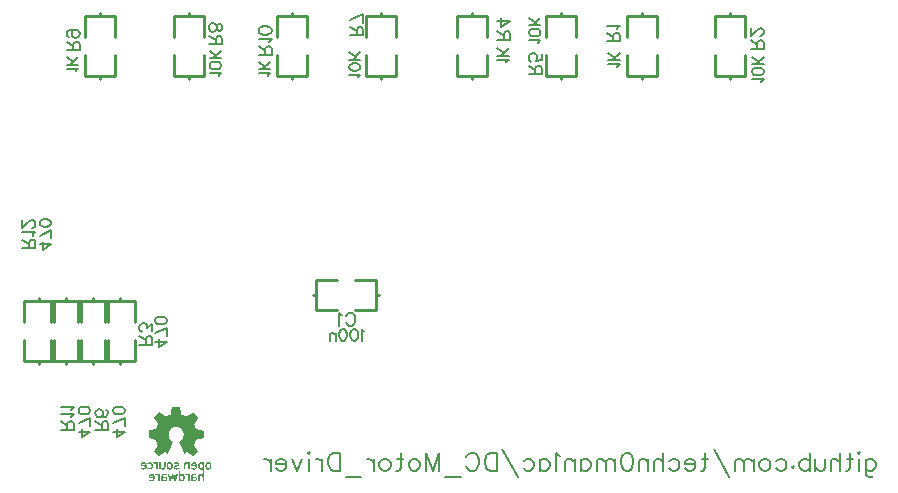
<source format=gbo>
G04 Layer: BottomSilkscreenLayer*
G04 EasyEDA v6.5.5, 2022-05-30 02:48:00*
G04 73416119e20b4d31bc0fda0cb7b7bab3,ed70181f279245e6aff80281ee7dc86a,10*
G04 Gerber Generator version 0.2*
G04 Scale: 100 percent, Rotated: No, Reflected: No *
G04 Dimensions in millimeters *
G04 leading zeros omitted , absolute positions ,4 integer and 5 decimal *
%FSLAX45Y45*%
%MOMM*%

%ADD10C,0.2540*%
%ADD28C,0.2032*%
%ADD30C,0.1524*%

%LPD*%
G36*
X2735986Y1071422D02*
G01*
X2719120Y1071321D01*
X2709468Y1070813D01*
X2704947Y1069746D01*
X2703474Y1067816D01*
X2696006Y1028395D01*
X2694076Y1019454D01*
X2692349Y1012799D01*
X2691130Y1009345D01*
X2688894Y1007567D01*
X2684272Y1004874D01*
X2670708Y998219D01*
X2663393Y994918D01*
X2656636Y992174D01*
X2651252Y990244D01*
X2648000Y989533D01*
X2645206Y990904D01*
X2630170Y1000404D01*
X2593492Y1025194D01*
X2548432Y980135D01*
X2572664Y944575D01*
X2581960Y929741D01*
X2583332Y926846D01*
X2582621Y924356D01*
X2577795Y912063D01*
X2571140Y896213D01*
X2565755Y884224D01*
X2564536Y881938D01*
X2555341Y879906D01*
X2515565Y872388D01*
X2505202Y870712D01*
X2504541Y868171D01*
X2503982Y861212D01*
X2503474Y838352D01*
X2503474Y805992D01*
X2563723Y793953D01*
X2575814Y763778D01*
X2578608Y756158D01*
X2580487Y750366D01*
X2581198Y747268D01*
X2580030Y744067D01*
X2576779Y738124D01*
X2571902Y730300D01*
X2559964Y712520D01*
X2555087Y704850D01*
X2551785Y699160D01*
X2550566Y696315D01*
X2552293Y693572D01*
X2556916Y688035D01*
X2563723Y680669D01*
X2593543Y650697D01*
X2642768Y684428D01*
X2667457Y671931D01*
X2678480Y697230D01*
X2710738Y775208D01*
X2700274Y782929D01*
X2696006Y786434D01*
X2688539Y793546D01*
X2685389Y797153D01*
X2682544Y800811D01*
X2680055Y804468D01*
X2677922Y808126D01*
X2675026Y814222D01*
X2673400Y820064D01*
X2672638Y827379D01*
X2672435Y837946D01*
X2672638Y847699D01*
X2673248Y854862D01*
X2674416Y860196D01*
X2676245Y864565D01*
X2679141Y869543D01*
X2682290Y874217D01*
X2685694Y878535D01*
X2689301Y882497D01*
X2693162Y886155D01*
X2697175Y889457D01*
X2701391Y892352D01*
X2705760Y894943D01*
X2710230Y897128D01*
X2714904Y899007D01*
X2719628Y900430D01*
X2724454Y901496D01*
X2729382Y902157D01*
X2734360Y902462D01*
X2739390Y902309D01*
X2744419Y901801D01*
X2749499Y900836D01*
X2754528Y899464D01*
X2759557Y897686D01*
X2764536Y895451D01*
X2770428Y892251D01*
X2775813Y888593D01*
X2780690Y884529D01*
X2785059Y880110D01*
X2788869Y875334D01*
X2792120Y870203D01*
X2794863Y864717D01*
X2797048Y858926D01*
X2798673Y852830D01*
X2799689Y846480D01*
X2800146Y839825D01*
X2799994Y832967D01*
X2799435Y827532D01*
X2798572Y822401D01*
X2797302Y817524D01*
X2795676Y812800D01*
X2793644Y808278D01*
X2791206Y803910D01*
X2788361Y799642D01*
X2785008Y795528D01*
X2781198Y791464D01*
X2776931Y787450D01*
X2772156Y783437D01*
X2761030Y775208D01*
X2790952Y702665D01*
X2800756Y679805D01*
X2804617Y672084D01*
X2828696Y684225D01*
X2878328Y650798D01*
X2899816Y672134D01*
X2914954Y688035D01*
X2919526Y693521D01*
X2921254Y696315D01*
X2920034Y699109D01*
X2916732Y704748D01*
X2911856Y712419D01*
X2899918Y730148D01*
X2895041Y737971D01*
X2891790Y743966D01*
X2890570Y747166D01*
X2891332Y750316D01*
X2895955Y763778D01*
X2908046Y793953D01*
X2923743Y797458D01*
X2939796Y800658D01*
X2968345Y805840D01*
X2968345Y870254D01*
X2907080Y881532D01*
X2894177Y911250D01*
X2889199Y923950D01*
X2888488Y926642D01*
X2889758Y929538D01*
X2893263Y935482D01*
X2898495Y943610D01*
X2911195Y962507D01*
X2916428Y970635D01*
X2919933Y976630D01*
X2921254Y979627D01*
X2920441Y981049D01*
X2914802Y987755D01*
X2905709Y997610D01*
X2895295Y1008329D01*
X2885694Y1017727D01*
X2879191Y1023467D01*
X2877820Y1024331D01*
X2875381Y1023010D01*
X2861919Y1014221D01*
X2843072Y1001318D01*
X2828899Y991920D01*
X2825902Y990193D01*
X2823464Y990549D01*
X2811373Y994410D01*
X2795574Y1000150D01*
X2783179Y1005281D01*
X2780436Y1006805D01*
X2778556Y1015237D01*
X2768600Y1066800D01*
X2767431Y1069441D01*
X2763570Y1070813D01*
X2754071Y1071321D01*
G37*
G36*
X2514752Y604469D02*
G01*
X2509723Y603758D01*
X2503779Y601827D01*
X2498242Y599287D01*
X2494584Y596646D01*
X2492806Y594512D01*
X2492248Y592937D01*
X2493010Y591362D01*
X2495092Y589330D01*
X2497226Y587705D01*
X2499106Y586943D01*
X2500985Y587044D01*
X2505354Y588822D01*
X2508199Y589534D01*
X2514498Y590194D01*
X2520492Y589076D01*
X2524760Y585673D01*
X2527249Y579932D01*
X2528062Y571754D01*
X2527249Y563575D01*
X2524760Y557834D01*
X2520492Y554431D01*
X2514498Y553313D01*
X2508199Y553974D01*
X2505354Y554685D01*
X2500985Y556463D01*
X2499106Y556564D01*
X2497226Y555802D01*
X2495092Y554177D01*
X2493010Y552094D01*
X2492248Y550570D01*
X2492806Y548995D01*
X2494584Y546811D01*
X2500172Y542747D01*
X2507335Y540512D01*
X2515362Y540258D01*
X2523439Y542137D01*
X2527706Y544068D01*
X2531313Y546354D01*
X2534208Y549046D01*
X2536545Y552246D01*
X2538272Y556006D01*
X2539441Y560425D01*
X2540101Y565505D01*
X2540355Y571347D01*
X2539542Y582168D01*
X2537002Y590245D01*
X2532380Y596188D01*
X2525369Y600557D01*
X2518714Y603300D01*
G37*
G36*
X3010966Y604316D02*
G01*
X3006039Y603707D01*
X3000044Y601573D01*
X2996387Y599694D01*
X2993237Y597306D01*
X2990596Y594410D01*
X2988462Y591007D01*
X2986786Y587044D01*
X2985617Y582472D01*
X2984957Y577342D01*
X2984712Y571754D01*
X2996996Y571754D01*
X2997250Y575716D01*
X2997962Y579678D01*
X2998978Y583133D01*
X3000197Y585622D01*
X3004312Y588873D01*
X3009849Y590194D01*
X3015488Y589534D01*
X3019806Y586790D01*
X3021888Y580847D01*
X3022600Y571754D01*
X3021888Y562660D01*
X3019806Y556717D01*
X3018180Y555396D01*
X3015843Y554278D01*
X3013049Y553567D01*
X3010204Y553313D01*
X3004413Y554482D01*
X3000298Y557936D01*
X2997809Y563676D01*
X2996996Y571754D01*
X2984712Y571754D01*
X2984957Y565759D01*
X2985719Y560578D01*
X2986989Y555955D01*
X2988767Y551992D01*
X2991104Y548538D01*
X2993999Y545642D01*
X2997504Y543255D01*
X3001518Y541375D01*
X3005734Y540004D01*
X3009239Y539546D01*
X3012948Y540004D01*
X3017672Y541324D01*
X3021990Y542950D01*
X3025546Y544982D01*
X3028543Y547471D01*
X3030880Y550468D01*
X3032709Y554075D01*
X3034080Y558393D01*
X3034944Y563422D01*
X3035452Y569264D01*
X3035503Y575208D01*
X3035096Y580542D01*
X3034182Y585266D01*
X3032760Y589432D01*
X3030778Y593039D01*
X3028289Y596138D01*
X3025241Y598728D01*
X3021584Y600913D01*
X3015843Y603402D01*
G37*
G36*
X2683357Y604316D02*
G01*
X2678430Y603707D01*
X2672384Y601573D01*
X2668727Y599694D01*
X2665577Y597306D01*
X2662936Y594410D01*
X2660802Y591007D01*
X2659176Y587044D01*
X2658008Y582472D01*
X2657297Y577342D01*
X2657113Y572109D01*
X2669336Y572109D01*
X2669540Y577545D01*
X2670200Y581660D01*
X2671368Y584606D01*
X2673096Y586790D01*
X2675077Y588111D01*
X2677617Y589178D01*
X2680462Y589889D01*
X2683205Y590194D01*
X2688742Y588975D01*
X2692755Y585470D01*
X2695143Y579729D01*
X2695956Y571754D01*
X2695143Y563676D01*
X2692704Y557936D01*
X2688590Y554482D01*
X2682849Y553313D01*
X2676652Y554329D01*
X2672435Y557631D01*
X2670098Y563422D01*
X2669336Y572109D01*
X2657113Y572109D01*
X2657348Y565759D01*
X2658059Y560578D01*
X2659329Y555955D01*
X2661158Y551992D01*
X2663494Y548538D01*
X2666390Y545642D01*
X2669844Y543255D01*
X2673858Y541375D01*
X2678074Y540004D01*
X2681630Y539546D01*
X2685338Y540004D01*
X2690063Y541324D01*
X2694330Y542950D01*
X2697937Y544982D01*
X2700883Y547471D01*
X2703271Y550468D01*
X2705100Y554075D01*
X2706420Y558393D01*
X2707284Y563422D01*
X2707792Y569264D01*
X2707894Y575208D01*
X2707487Y580542D01*
X2706573Y585266D01*
X2705100Y589432D01*
X2703169Y593039D01*
X2700629Y596138D01*
X2697581Y598728D01*
X2693924Y600913D01*
X2688183Y603402D01*
G37*
G36*
X2890062Y604266D02*
G01*
X2885135Y603656D01*
X2879242Y601573D01*
X2872994Y597611D01*
X2868168Y591718D01*
X2865018Y584454D01*
X2864856Y583285D01*
X2876397Y583285D01*
X2880258Y588111D01*
X2884830Y591261D01*
X2889656Y592074D01*
X2894380Y590550D01*
X2898546Y586841D01*
X2901543Y582523D01*
X2902458Y580796D01*
X2902813Y579678D01*
X2901746Y578967D01*
X2898902Y578408D01*
X2894685Y578053D01*
X2889504Y577900D01*
X2880766Y578408D01*
X2876499Y580136D01*
X2876397Y583285D01*
X2864856Y583285D01*
X2863900Y576376D01*
X2863900Y567639D01*
X2883357Y567639D01*
X2896057Y567232D01*
X2902254Y565556D01*
X2902610Y562102D01*
X2897784Y556310D01*
X2893263Y552907D01*
X2888488Y551484D01*
X2883509Y552043D01*
X2878480Y554583D01*
X2875737Y556310D01*
X2873806Y556768D01*
X2871876Y555853D01*
X2866847Y550824D01*
X2865983Y549148D01*
X2866694Y547776D01*
X2868980Y545947D01*
X2874721Y542594D01*
X2880817Y540512D01*
X2886964Y539800D01*
X2893009Y540308D01*
X2898698Y542036D01*
X2903778Y544931D01*
X2907995Y548944D01*
X2911144Y554075D01*
X2913532Y560832D01*
X2914700Y567791D01*
X2914751Y574802D01*
X2913786Y581609D01*
X2911805Y587857D01*
X2908909Y593344D01*
X2905099Y597814D01*
X2900527Y601014D01*
X2894838Y603402D01*
G37*
G36*
X2742234Y604266D02*
G01*
X2736951Y603910D01*
X2730500Y602437D01*
X2723997Y599998D01*
X2720340Y597154D01*
X2719527Y593852D01*
X2721559Y590194D01*
X2723642Y588162D01*
X2725470Y587349D01*
X2727706Y587705D01*
X2730957Y589229D01*
X2738475Y591870D01*
X2744978Y591972D01*
X2749550Y589635D01*
X2751277Y585063D01*
X2750566Y581710D01*
X2748330Y579475D01*
X2744165Y578256D01*
X2730550Y577240D01*
X2724759Y575208D01*
X2720441Y571754D01*
X2717444Y566826D01*
X2716072Y562356D01*
X2715717Y558190D01*
X2716377Y554278D01*
X2717850Y550773D01*
X2720136Y547674D01*
X2723184Y544982D01*
X2726842Y542899D01*
X2731058Y541324D01*
X2735834Y540410D01*
X2740964Y540156D01*
X2746451Y540664D01*
X2752242Y541934D01*
X2760675Y544931D01*
X2765450Y548081D01*
X2766720Y551484D01*
X2764637Y555294D01*
X2762453Y557479D01*
X2760573Y558190D01*
X2757982Y557479D01*
X2753664Y555244D01*
X2744317Y551992D01*
X2736037Y552043D01*
X2730398Y555040D01*
X2729077Y560628D01*
X2729992Y562610D01*
X2732125Y564083D01*
X2735986Y565150D01*
X2742031Y566115D01*
X2751836Y568248D01*
X2758694Y572008D01*
X2762656Y577494D01*
X2763977Y584860D01*
X2763367Y590600D01*
X2761386Y595122D01*
X2757728Y598678D01*
X2752293Y601675D01*
X2747060Y603554D01*
G37*
G36*
X2553309Y604266D02*
G01*
X2549804Y603808D01*
X2545588Y602132D01*
X2541981Y600202D01*
X2540660Y598424D01*
X2541524Y596188D01*
X2544572Y593140D01*
X2546908Y591464D01*
X2549550Y590397D01*
X2552547Y589889D01*
X2559913Y590092D01*
X2562961Y589686D01*
X2565298Y588518D01*
X2566924Y586384D01*
X2567990Y583031D01*
X2568651Y578205D01*
X2568956Y571703D01*
X2569006Y541020D01*
X2581300Y541020D01*
X2581300Y602488D01*
X2572766Y602335D01*
X2570835Y601878D01*
X2569514Y601268D01*
X2568498Y599998D01*
X2567076Y599998D01*
X2564942Y600506D01*
X2557170Y603504D01*
G37*
G36*
X2945028Y604215D02*
G01*
X2941574Y603554D01*
X2936443Y601522D01*
X2930550Y597611D01*
X2926486Y591464D01*
X2924048Y582930D01*
X2923286Y571754D01*
X2936646Y571754D01*
X2936849Y576732D01*
X2937459Y581152D01*
X2938322Y584606D01*
X2939440Y586841D01*
X2943148Y589127D01*
X2948432Y590092D01*
X2953766Y589635D01*
X2957677Y587705D01*
X2958693Y585724D01*
X2959455Y582117D01*
X2959963Y577342D01*
X2960166Y571754D01*
X2959709Y562406D01*
X2957982Y556818D01*
X2954477Y554075D01*
X2948736Y553313D01*
X2942996Y554228D01*
X2939288Y557326D01*
X2937256Y563016D01*
X2936646Y571754D01*
X2923286Y571754D01*
X2924048Y560476D01*
X2926486Y551891D01*
X2930753Y545795D01*
X2936849Y541832D01*
X2941167Y540207D01*
X2944520Y539648D01*
X2947873Y540156D01*
X2960166Y544779D01*
X2960065Y509828D01*
X2959608Y503377D01*
X2958388Y501345D01*
X2950819Y503732D01*
X2944266Y504037D01*
X2937814Y503123D01*
X2932582Y500938D01*
X2930144Y499008D01*
X2928112Y496570D01*
X2926486Y493471D01*
X2925267Y489610D01*
X2924352Y484885D01*
X2923743Y479094D01*
X2923387Y472185D01*
X2923286Y442722D01*
X2935579Y442722D01*
X2935579Y461670D01*
X2935782Y469696D01*
X2936341Y476758D01*
X2937154Y482295D01*
X2938221Y485749D01*
X2941269Y489305D01*
X2945688Y491286D01*
X2950768Y491540D01*
X2955950Y489915D01*
X2958236Y488035D01*
X2959506Y484479D01*
X2960014Y477418D01*
X2960166Y442722D01*
X2974492Y442722D01*
X2974492Y602488D01*
X2964535Y602335D01*
X2962249Y601878D01*
X2960725Y601268D01*
X2959608Y599998D01*
X2958185Y599998D01*
X2956052Y600506D01*
X2948482Y603504D01*
G37*
G36*
X2824276Y604215D02*
G01*
X2820822Y603554D01*
X2815844Y601624D01*
X2812135Y599744D01*
X2809189Y597458D01*
X2806852Y594512D01*
X2805074Y590753D01*
X2803855Y585978D01*
X2803042Y579983D01*
X2802585Y572617D01*
X2802483Y541020D01*
X2814777Y541020D01*
X2814878Y569061D01*
X2815285Y575564D01*
X2816098Y580644D01*
X2817317Y584454D01*
X2819044Y587197D01*
X2821279Y588924D01*
X2824175Y589889D01*
X2827782Y590194D01*
X2833979Y589381D01*
X2837484Y585825D01*
X2839008Y577697D01*
X2839313Y563168D01*
X2839313Y541020D01*
X2853639Y541020D01*
X2853639Y602488D01*
X2843733Y602335D01*
X2841447Y601878D01*
X2839872Y601268D01*
X2838805Y599998D01*
X2837383Y599998D01*
X2835249Y600506D01*
X2827680Y603504D01*
G37*
G36*
X2459431Y603910D02*
G01*
X2455265Y603199D01*
X2451303Y601776D01*
X2447645Y599592D01*
X2444343Y596798D01*
X2441498Y593394D01*
X2439162Y589483D01*
X2437384Y585063D01*
X2436281Y579678D01*
X2448204Y579678D01*
X2448509Y580796D01*
X2450795Y584606D01*
X2452420Y586841D01*
X2458161Y591261D01*
X2464460Y591870D01*
X2469997Y588873D01*
X2473706Y582523D01*
X2474214Y579882D01*
X2473045Y578510D01*
X2469184Y578002D01*
X2461666Y577900D01*
X2456434Y578053D01*
X2452166Y578408D01*
X2449271Y578967D01*
X2448204Y579678D01*
X2436281Y579678D01*
X2435910Y574903D01*
X2435910Y567639D01*
X2455367Y567639D01*
X2468067Y567232D01*
X2474264Y565556D01*
X2474620Y562102D01*
X2469794Y556310D01*
X2465628Y552958D01*
X2461564Y551535D01*
X2456992Y552043D01*
X2448001Y556056D01*
X2445664Y556463D01*
X2443632Y555548D01*
X2438806Y550773D01*
X2437993Y549148D01*
X2438704Y547776D01*
X2440990Y545998D01*
X2443175Y544677D01*
X2446223Y543204D01*
X2449677Y541883D01*
X2453182Y540816D01*
X2457704Y539851D01*
X2461564Y539750D01*
X2465628Y540562D01*
X2470658Y542391D01*
X2474671Y544372D01*
X2478125Y546760D01*
X2480970Y549605D01*
X2483205Y552907D01*
X2484932Y556717D01*
X2486152Y561136D01*
X2486863Y566115D01*
X2487117Y571804D01*
X2486152Y581558D01*
X2483408Y589788D01*
X2478836Y596341D01*
X2472588Y601014D01*
X2468168Y602894D01*
X2463749Y603808D01*
G37*
G36*
X2595626Y602488D02*
G01*
X2595626Y541020D01*
X2601772Y541020D01*
X2604363Y541223D01*
X2606294Y541782D01*
X2607513Y542645D01*
X2608326Y545033D01*
X2609646Y545236D01*
X2612186Y544423D01*
X2620822Y540461D01*
X2624328Y539597D01*
X2627630Y539902D01*
X2631795Y541274D01*
X2635859Y543204D01*
X2639161Y545592D01*
X2641752Y548741D01*
X2643733Y552704D01*
X2645206Y557682D01*
X2646172Y563880D01*
X2646680Y571398D01*
X2646832Y602488D01*
X2632506Y602488D01*
X2632506Y580339D01*
X2632151Y565810D01*
X2630627Y557682D01*
X2627172Y554126D01*
X2620924Y553313D01*
X2617368Y553618D01*
X2614472Y554532D01*
X2612186Y556310D01*
X2610459Y559054D01*
X2609240Y562864D01*
X2608478Y567944D01*
X2608072Y574446D01*
X2607919Y602488D01*
G37*
G36*
X2757424Y528726D02*
G01*
X2757424Y470611D01*
X2770581Y470611D01*
X2770784Y476656D01*
X2772257Y483006D01*
X2773832Y487172D01*
X2775610Y489661D01*
X2778201Y490880D01*
X2782163Y491490D01*
X2787904Y491185D01*
X2791866Y488950D01*
X2794355Y484378D01*
X2795727Y477012D01*
X2795828Y469341D01*
X2794355Y462838D01*
X2791460Y457911D01*
X2787243Y454710D01*
X2782976Y453694D01*
X2779115Y454456D01*
X2775813Y456793D01*
X2773222Y460400D01*
X2771394Y465074D01*
X2770581Y470611D01*
X2757424Y470611D01*
X2757424Y442722D01*
X2763367Y442722D01*
X2765755Y442925D01*
X2767838Y443382D01*
X2769311Y444042D01*
X2770835Y445516D01*
X2772410Y445516D01*
X2774746Y444855D01*
X2781350Y442010D01*
X2784652Y441248D01*
X2788005Y441248D01*
X2791815Y441909D01*
X2798521Y444906D01*
X2803448Y449986D01*
X2806649Y457403D01*
X2808224Y467207D01*
X2808478Y476097D01*
X2807970Y483717D01*
X2806598Y490067D01*
X2804414Y495198D01*
X2801366Y499160D01*
X2797454Y501954D01*
X2792628Y503631D01*
X2786938Y504190D01*
X2780334Y503580D01*
X2778048Y502920D01*
X2775102Y500684D01*
X2773883Y500227D01*
X2772664Y500075D01*
X2771241Y500735D01*
X2770327Y503072D01*
X2769819Y507492D01*
X2769717Y528726D01*
G37*
G36*
X2888996Y504494D02*
G01*
X2883611Y504088D01*
X2878531Y503021D01*
X2874111Y501396D01*
X2870657Y499211D01*
X2867355Y495960D01*
X2865577Y491540D01*
X2864713Y483311D01*
X2864113Y463346D01*
X2876194Y463346D01*
X2876600Y465429D01*
X2878226Y466648D01*
X2881884Y467156D01*
X2892856Y467207D01*
X2899968Y466496D01*
X2901442Y465937D01*
X2902712Y463397D01*
X2902610Y460298D01*
X2901289Y457301D01*
X2898851Y455117D01*
X2891180Y452932D01*
X2883814Y453948D01*
X2878328Y457606D01*
X2876194Y463346D01*
X2864113Y463346D01*
X2863545Y442722D01*
X2872333Y442874D01*
X2874314Y443280D01*
X2875686Y443941D01*
X2876651Y445160D01*
X2877820Y445160D01*
X2879648Y444652D01*
X2886913Y441655D01*
X2891942Y440791D01*
X2896768Y441096D01*
X2901238Y442315D01*
X2905302Y444347D01*
X2908757Y447141D01*
X2911500Y450494D01*
X2913430Y454355D01*
X2914446Y458520D01*
X2914345Y462991D01*
X2913075Y467512D01*
X2910535Y472033D01*
X2906725Y474929D01*
X2900476Y477316D01*
X2892602Y478942D01*
X2880004Y479755D01*
X2877667Y480364D01*
X2876499Y481634D01*
X2876194Y483666D01*
X2876600Y485495D01*
X2877667Y487476D01*
X2879293Y489407D01*
X2881325Y491032D01*
X2884678Y492810D01*
X2888234Y493369D01*
X2892958Y492810D01*
X2899714Y491032D01*
X2901645Y490829D01*
X2903829Y491134D01*
X2906014Y491896D01*
X2907944Y493064D01*
X2910179Y494944D01*
X2910890Y496366D01*
X2909874Y497890D01*
X2907182Y500227D01*
X2903778Y502208D01*
X2899359Y503580D01*
X2894330Y504342D01*
G37*
G36*
X2530551Y504291D02*
G01*
X2524963Y503834D01*
X2519527Y502361D01*
X2514600Y499922D01*
X2510434Y496620D01*
X2507335Y492506D01*
X2506319Y489813D01*
X2505506Y486206D01*
X2504859Y481482D01*
X2516987Y481482D01*
X2517241Y483768D01*
X2518003Y485597D01*
X2519273Y487578D01*
X2520899Y489407D01*
X2522626Y490931D01*
X2527198Y493115D01*
X2531719Y493369D01*
X2535986Y491743D01*
X2539847Y488188D01*
X2542387Y483971D01*
X2541676Y481380D01*
X2537460Y480009D01*
X2529281Y479602D01*
X2522118Y479704D01*
X2518308Y480212D01*
X2516987Y481482D01*
X2504859Y481482D01*
X2504490Y468325D01*
X2523439Y467766D01*
X2535580Y466953D01*
X2541625Y465226D01*
X2542336Y462127D01*
X2538323Y457047D01*
X2534056Y454304D01*
X2528925Y453135D01*
X2523591Y453643D01*
X2518714Y455879D01*
X2516378Y457250D01*
X2514447Y457606D01*
X2512314Y456793D01*
X2506726Y452526D01*
X2505710Y451002D01*
X2506319Y449630D01*
X2508554Y447751D01*
X2513838Y444500D01*
X2519476Y442417D01*
X2525268Y441451D01*
X2531059Y441604D01*
X2536596Y442823D01*
X2541778Y445109D01*
X2546299Y448411D01*
X2550007Y452780D01*
X2552242Y456641D01*
X2553665Y460806D01*
X2554427Y465582D01*
X2554681Y471576D01*
X2554224Y480974D01*
X2552649Y488188D01*
X2549702Y494030D01*
X2545181Y499109D01*
X2540965Y502005D01*
X2535986Y503682D01*
G37*
G36*
X2707182Y504190D02*
G01*
X2704388Y503529D01*
X2702001Y500583D01*
X2699207Y493979D01*
X2688336Y460146D01*
X2682849Y480517D01*
X2678633Y494944D01*
X2677007Y499008D01*
X2675483Y501497D01*
X2673858Y502869D01*
X2671927Y503529D01*
X2666390Y503986D01*
X2664409Y503732D01*
X2663596Y502970D01*
X2663698Y501751D01*
X2678684Y454863D01*
X2681986Y446481D01*
X2684729Y443280D01*
X2688234Y442722D01*
X2690571Y442925D01*
X2692603Y443484D01*
X2694127Y444296D01*
X2694940Y445312D01*
X2704896Y477875D01*
X2706268Y480568D01*
X2707487Y481076D01*
X2708808Y479247D01*
X2710434Y475081D01*
X2717800Y450646D01*
X2719933Y445973D01*
X2722321Y443890D01*
X2725775Y443179D01*
X2731922Y442569D01*
X2750515Y501091D01*
X2750769Y502564D01*
X2750007Y503529D01*
X2748076Y504037D01*
X2737866Y504190D01*
X2731008Y477672D01*
X2727706Y466191D01*
X2726791Y463651D01*
X2725724Y464312D01*
X2723845Y468122D01*
X2721457Y474421D01*
X2715006Y494182D01*
X2712313Y500684D01*
X2709976Y503529D01*
G37*
G36*
X2638094Y504190D02*
G01*
X2628900Y503834D01*
X2621635Y501802D01*
X2618740Y500075D01*
X2616555Y498246D01*
X2614879Y495909D01*
X2613660Y492861D01*
X2612898Y488797D01*
X2612390Y483412D01*
X2612074Y462584D01*
X2624328Y462584D01*
X2624582Y465175D01*
X2626004Y466598D01*
X2629255Y467207D01*
X2635148Y467309D01*
X2641752Y466851D01*
X2646730Y465582D01*
X2649829Y463600D01*
X2650947Y460908D01*
X2649677Y458012D01*
X2646476Y455472D01*
X2641955Y453694D01*
X2636875Y452983D01*
X2631186Y453542D01*
X2627274Y455269D01*
X2625039Y458266D01*
X2624328Y462584D01*
X2612074Y462584D01*
X2612034Y442366D01*
X2623210Y443077D01*
X2630830Y442569D01*
X2634030Y441959D01*
X2640736Y441451D01*
X2647645Y442772D01*
X2653741Y445516D01*
X2658110Y449478D01*
X2659278Y451764D01*
X2660243Y454761D01*
X2660904Y458063D01*
X2661158Y461264D01*
X2659938Y468426D01*
X2655976Y473506D01*
X2648813Y476859D01*
X2637993Y478739D01*
X2630170Y479653D01*
X2626106Y480720D01*
X2624632Y482447D01*
X2624734Y485495D01*
X2626664Y490118D01*
X2630932Y492861D01*
X2636926Y493572D01*
X2643987Y492099D01*
X2648000Y490778D01*
X2650693Y490474D01*
X2652725Y491134D01*
X2654757Y492810D01*
X2656433Y494792D01*
X2656840Y496316D01*
X2655824Y497941D01*
X2653284Y500227D01*
X2646984Y502920D01*
G37*
G36*
X2591714Y504190D02*
G01*
X2589326Y503986D01*
X2587244Y503478D01*
X2585720Y502716D01*
X2584348Y500837D01*
X2583383Y500532D01*
X2581910Y500837D01*
X2579827Y501853D01*
X2574950Y503428D01*
X2569006Y504088D01*
X2563266Y503732D01*
X2559100Y502361D01*
X2557830Y501243D01*
X2557475Y499922D01*
X2558084Y498093D01*
X2559659Y495401D01*
X2561742Y492759D01*
X2563876Y491388D01*
X2566720Y490931D01*
X2574950Y491540D01*
X2578201Y491032D01*
X2580690Y489559D01*
X2582621Y487019D01*
X2583942Y483209D01*
X2584805Y477977D01*
X2585262Y471220D01*
X2585415Y442722D01*
X2597708Y442722D01*
X2597708Y504190D01*
G37*
G36*
X2821686Y504088D02*
G01*
X2815082Y503377D01*
X2810916Y501396D01*
X2810154Y497840D01*
X2812948Y494538D01*
X2818231Y492201D01*
X2824937Y491591D01*
X2828594Y491642D01*
X2831388Y491083D01*
X2833573Y489712D01*
X2835148Y487273D01*
X2836214Y483666D01*
X2836875Y478586D01*
X2837281Y463346D01*
X2837281Y442722D01*
X2851607Y442722D01*
X2851505Y483616D01*
X2850794Y499973D01*
X2850235Y502818D01*
X2847238Y503986D01*
X2842920Y504088D01*
X2838856Y503275D01*
X2836672Y501599D01*
X2836113Y500481D01*
X2835402Y500075D01*
X2834386Y500481D01*
X2833014Y501599D01*
X2828442Y503529D01*
G37*
D28*
X8574128Y631245D02*
G01*
X8574128Y514880D01*
X8581400Y493064D01*
X8588672Y485790D01*
X8603218Y478518D01*
X8625037Y478518D01*
X8639581Y485790D01*
X8574128Y609427D02*
G01*
X8588672Y623973D01*
X8603218Y631245D01*
X8625037Y631245D01*
X8639581Y623973D01*
X8654127Y609427D01*
X8661400Y587608D01*
X8661400Y573064D01*
X8654127Y551246D01*
X8639581Y536699D01*
X8625037Y529427D01*
X8603218Y529427D01*
X8588672Y536699D01*
X8574128Y551246D01*
X8526127Y682155D02*
G01*
X8518855Y674883D01*
X8511580Y682155D01*
X8518855Y689427D01*
X8526127Y682155D01*
X8518855Y631245D02*
G01*
X8518855Y529427D01*
X8441763Y682155D02*
G01*
X8441763Y558518D01*
X8434491Y536699D01*
X8419945Y529427D01*
X8405401Y529427D01*
X8463582Y631245D02*
G01*
X8412673Y631245D01*
X8357400Y682155D02*
G01*
X8357400Y529427D01*
X8357400Y602155D02*
G01*
X8335581Y623973D01*
X8321037Y631245D01*
X8299218Y631245D01*
X8284672Y623973D01*
X8277400Y602155D01*
X8277400Y529427D01*
X8229399Y631245D02*
G01*
X8229399Y558518D01*
X8222127Y536699D01*
X8207580Y529427D01*
X8185764Y529427D01*
X8171218Y536699D01*
X8149399Y558518D01*
X8149399Y631245D02*
G01*
X8149399Y529427D01*
X8101401Y682155D02*
G01*
X8101401Y529427D01*
X8101401Y609427D02*
G01*
X8086854Y623973D01*
X8072307Y631245D01*
X8050491Y631245D01*
X8035945Y623973D01*
X8021398Y609427D01*
X8014126Y587608D01*
X8014126Y573064D01*
X8021398Y551246D01*
X8035945Y536699D01*
X8050491Y529427D01*
X8072307Y529427D01*
X8086854Y536699D01*
X8101401Y551246D01*
X7958853Y565790D02*
G01*
X7966128Y558518D01*
X7958853Y551246D01*
X7951581Y558518D01*
X7958853Y565790D01*
X7816308Y609427D02*
G01*
X7830855Y623973D01*
X7845399Y631245D01*
X7867218Y631245D01*
X7881764Y623973D01*
X7896308Y609427D01*
X7903580Y587608D01*
X7903580Y573064D01*
X7896308Y551246D01*
X7881764Y536699D01*
X7867218Y529427D01*
X7845399Y529427D01*
X7830855Y536699D01*
X7816308Y551246D01*
X7731945Y631245D02*
G01*
X7746491Y623973D01*
X7761036Y609427D01*
X7768308Y587608D01*
X7768308Y573064D01*
X7761036Y551246D01*
X7746491Y536699D01*
X7731945Y529427D01*
X7710126Y529427D01*
X7695582Y536699D01*
X7681036Y551246D01*
X7673764Y573064D01*
X7673764Y587608D01*
X7681036Y609427D01*
X7695582Y623973D01*
X7710126Y631245D01*
X7731945Y631245D01*
X7625763Y631245D02*
G01*
X7625763Y529427D01*
X7625763Y602155D02*
G01*
X7603944Y623973D01*
X7589400Y631245D01*
X7567582Y631245D01*
X7553035Y623973D01*
X7545763Y602155D01*
X7545763Y529427D01*
X7545763Y602155D02*
G01*
X7523944Y623973D01*
X7509400Y631245D01*
X7487582Y631245D01*
X7473035Y623973D01*
X7465763Y602155D01*
X7465763Y529427D01*
X7286853Y711245D02*
G01*
X7417762Y478518D01*
X7217036Y682155D02*
G01*
X7217036Y558518D01*
X7209764Y536699D01*
X7195218Y529427D01*
X7180673Y529427D01*
X7238855Y631245D02*
G01*
X7187945Y631245D01*
X7132673Y587608D02*
G01*
X7045401Y587608D01*
X7045401Y602155D01*
X7052673Y616699D01*
X7059945Y623973D01*
X7074491Y631245D01*
X7096307Y631245D01*
X7110854Y623973D01*
X7125401Y609427D01*
X7132673Y587608D01*
X7132673Y573064D01*
X7125401Y551246D01*
X7110854Y536699D01*
X7096307Y529427D01*
X7074491Y529427D01*
X7059945Y536699D01*
X7045401Y551246D01*
X6910128Y609427D02*
G01*
X6924672Y623973D01*
X6939219Y631245D01*
X6961035Y631245D01*
X6975581Y623973D01*
X6990128Y609427D01*
X6997400Y587608D01*
X6997400Y573064D01*
X6990128Y551246D01*
X6975581Y536699D01*
X6961035Y529427D01*
X6939219Y529427D01*
X6924672Y536699D01*
X6910128Y551246D01*
X6862127Y682155D02*
G01*
X6862127Y529427D01*
X6862127Y602155D02*
G01*
X6840308Y623973D01*
X6825764Y631245D01*
X6803946Y631245D01*
X6789399Y623973D01*
X6782127Y602155D01*
X6782127Y529427D01*
X6734126Y631245D02*
G01*
X6734126Y529427D01*
X6734126Y602155D02*
G01*
X6712308Y623973D01*
X6697764Y631245D01*
X6675945Y631245D01*
X6661398Y623973D01*
X6654126Y602155D01*
X6654126Y529427D01*
X6562491Y682155D02*
G01*
X6584309Y674883D01*
X6598853Y653064D01*
X6606128Y616699D01*
X6606128Y594880D01*
X6598853Y558518D01*
X6584309Y536699D01*
X6562491Y529427D01*
X6547944Y529427D01*
X6526126Y536699D01*
X6511582Y558518D01*
X6504310Y594880D01*
X6504310Y616699D01*
X6511582Y653064D01*
X6526126Y674883D01*
X6547944Y682155D01*
X6562491Y682155D01*
X6456309Y631245D02*
G01*
X6456309Y529427D01*
X6456309Y602155D02*
G01*
X6434490Y623973D01*
X6419946Y631245D01*
X6398127Y631245D01*
X6383581Y623973D01*
X6376309Y602155D01*
X6376309Y529427D01*
X6376309Y602155D02*
G01*
X6354490Y623973D01*
X6339946Y631245D01*
X6318128Y631245D01*
X6303581Y623973D01*
X6296309Y602155D01*
X6296309Y529427D01*
X6161036Y631245D02*
G01*
X6161036Y529427D01*
X6161036Y609427D02*
G01*
X6175580Y623973D01*
X6190127Y631245D01*
X6211945Y631245D01*
X6226489Y623973D01*
X6241036Y609427D01*
X6248308Y587608D01*
X6248308Y573064D01*
X6241036Y551246D01*
X6226489Y536699D01*
X6211945Y529427D01*
X6190127Y529427D01*
X6175580Y536699D01*
X6161036Y551246D01*
X6113035Y631245D02*
G01*
X6113035Y529427D01*
X6113035Y602155D02*
G01*
X6091217Y623973D01*
X6076673Y631245D01*
X6054854Y631245D01*
X6040307Y623973D01*
X6033035Y602155D01*
X6033035Y529427D01*
X5985037Y653064D02*
G01*
X5970490Y660336D01*
X5948672Y682155D01*
X5948672Y529427D01*
X5813399Y631245D02*
G01*
X5813399Y529427D01*
X5813399Y609427D02*
G01*
X5827946Y623973D01*
X5842490Y631245D01*
X5864308Y631245D01*
X5878855Y623973D01*
X5893399Y609427D01*
X5900671Y587608D01*
X5900671Y573064D01*
X5893399Y551246D01*
X5878855Y536699D01*
X5864308Y529427D01*
X5842490Y529427D01*
X5827946Y536699D01*
X5813399Y551246D01*
X5678126Y609427D02*
G01*
X5692673Y623973D01*
X5707217Y631245D01*
X5729036Y631245D01*
X5743582Y623973D01*
X5758126Y609427D01*
X5765401Y587608D01*
X5765401Y573064D01*
X5758126Y551246D01*
X5743582Y536699D01*
X5729036Y529427D01*
X5707217Y529427D01*
X5692673Y536699D01*
X5678126Y551246D01*
X5499219Y711245D02*
G01*
X5630128Y478518D01*
X5451218Y682155D02*
G01*
X5451218Y529427D01*
X5451218Y682155D02*
G01*
X5400309Y682155D01*
X5378490Y674883D01*
X5363946Y660336D01*
X5356672Y645789D01*
X5349400Y623973D01*
X5349400Y587608D01*
X5356672Y565790D01*
X5363946Y551246D01*
X5378490Y536699D01*
X5400309Y529427D01*
X5451218Y529427D01*
X5192308Y645789D02*
G01*
X5199580Y660336D01*
X5214127Y674883D01*
X5228673Y682155D01*
X5257764Y682155D01*
X5272308Y674883D01*
X5286855Y660336D01*
X5294127Y645789D01*
X5301399Y623973D01*
X5301399Y587608D01*
X5294127Y565790D01*
X5286855Y551246D01*
X5272308Y536699D01*
X5257764Y529427D01*
X5228673Y529427D01*
X5214127Y536699D01*
X5199580Y551246D01*
X5192308Y565790D01*
X5144310Y478518D02*
G01*
X5013401Y478518D01*
X4965400Y682155D02*
G01*
X4965400Y529427D01*
X4965400Y682155D02*
G01*
X4907219Y529427D01*
X4849035Y682155D02*
G01*
X4907219Y529427D01*
X4849035Y682155D02*
G01*
X4849035Y529427D01*
X4764671Y631245D02*
G01*
X4779218Y623973D01*
X4793764Y609427D01*
X4801036Y587608D01*
X4801036Y573064D01*
X4793764Y551246D01*
X4779218Y536699D01*
X4764671Y529427D01*
X4742855Y529427D01*
X4728309Y536699D01*
X4713762Y551246D01*
X4706490Y573064D01*
X4706490Y587608D01*
X4713762Y609427D01*
X4728309Y623973D01*
X4742855Y631245D01*
X4764671Y631245D01*
X4636673Y682155D02*
G01*
X4636673Y558518D01*
X4629398Y536699D01*
X4614854Y529427D01*
X4600308Y529427D01*
X4658492Y631245D02*
G01*
X4607582Y631245D01*
X4515944Y631245D02*
G01*
X4530491Y623973D01*
X4545035Y609427D01*
X4552309Y587608D01*
X4552309Y573064D01*
X4545035Y551246D01*
X4530491Y536699D01*
X4515944Y529427D01*
X4494126Y529427D01*
X4479582Y536699D01*
X4465035Y551246D01*
X4457763Y573064D01*
X4457763Y587608D01*
X4465035Y609427D01*
X4479582Y623973D01*
X4494126Y631245D01*
X4515944Y631245D01*
X4409762Y631245D02*
G01*
X4409762Y529427D01*
X4409762Y587608D02*
G01*
X4402490Y609427D01*
X4387946Y623973D01*
X4373399Y631245D01*
X4351581Y631245D01*
X4303582Y478518D02*
G01*
X4172673Y478518D01*
X4124672Y682155D02*
G01*
X4124672Y529427D01*
X4124672Y682155D02*
G01*
X4073763Y682155D01*
X4051945Y674883D01*
X4037401Y660336D01*
X4030126Y645789D01*
X4022854Y623973D01*
X4022854Y587608D01*
X4030126Y565790D01*
X4037401Y551246D01*
X4051945Y536699D01*
X4073763Y529427D01*
X4124672Y529427D01*
X3974853Y631245D02*
G01*
X3974853Y529427D01*
X3974853Y587608D02*
G01*
X3967581Y609427D01*
X3953037Y623973D01*
X3938490Y631245D01*
X3916672Y631245D01*
X3868671Y682155D02*
G01*
X3861399Y674883D01*
X3854127Y682155D01*
X3861399Y689427D01*
X3868671Y682155D01*
X3861399Y631245D02*
G01*
X3861399Y529427D01*
X3806126Y631245D02*
G01*
X3762491Y529427D01*
X3718854Y631245D02*
G01*
X3762491Y529427D01*
X3670853Y587608D02*
G01*
X3583581Y587608D01*
X3583581Y602155D01*
X3590853Y616699D01*
X3598128Y623973D01*
X3612672Y631245D01*
X3634491Y631245D01*
X3649035Y623973D01*
X3663581Y609427D01*
X3670853Y587608D01*
X3670853Y573064D01*
X3663581Y551246D01*
X3649035Y536699D01*
X3634491Y529427D01*
X3612672Y529427D01*
X3598128Y536699D01*
X3583581Y551246D01*
X3535580Y631245D02*
G01*
X3535580Y529427D01*
X3535580Y587608D02*
G01*
X3528308Y609427D01*
X3513764Y623973D01*
X3499218Y631245D01*
X3477399Y631245D01*
D30*
X1543050Y2414270D02*
G01*
X1434084Y2414270D01*
X1543050Y2414270D02*
G01*
X1543050Y2461005D01*
X1537970Y2476500D01*
X1532636Y2481834D01*
X1522221Y2486913D01*
X1511807Y2486913D01*
X1501394Y2481834D01*
X1496313Y2476500D01*
X1491234Y2461005D01*
X1491234Y2414270D01*
X1491234Y2450592D02*
G01*
X1434084Y2486913D01*
X1522221Y2521204D02*
G01*
X1527555Y2531618D01*
X1543050Y2547365D01*
X1434084Y2547365D01*
X1517142Y2586736D02*
G01*
X1522221Y2586736D01*
X1532636Y2592070D01*
X1537970Y2597150D01*
X1543050Y2607563D01*
X1543050Y2628392D01*
X1537970Y2638805D01*
X1532636Y2643886D01*
X1522221Y2649220D01*
X1511807Y2649220D01*
X1501394Y2643886D01*
X1485900Y2633471D01*
X1434084Y2581655D01*
X1434084Y2654300D01*
D28*
X1677324Y2446482D02*
G01*
X1612668Y2400300D01*
X1612668Y2469573D01*
X1677324Y2446482D02*
G01*
X1580342Y2446482D01*
X1677324Y2564706D02*
G01*
X1580342Y2518524D01*
X1677324Y2500053D02*
G01*
X1677324Y2564706D01*
X1677324Y2622895D02*
G01*
X1672704Y2609042D01*
X1658851Y2599804D01*
X1635760Y2595186D01*
X1621904Y2595186D01*
X1598815Y2599804D01*
X1584960Y2609042D01*
X1580342Y2622895D01*
X1580342Y2632133D01*
X1584960Y2645986D01*
X1598815Y2655224D01*
X1621904Y2659842D01*
X1635760Y2659842D01*
X1658851Y2655224D01*
X1672704Y2645986D01*
X1677324Y2632133D01*
X1677324Y2622895D01*
D30*
X1867915Y876300D02*
G01*
X1758950Y876300D01*
X1867915Y876300D02*
G01*
X1867915Y923036D01*
X1862836Y938529D01*
X1857502Y943863D01*
X1847087Y948944D01*
X1836673Y948944D01*
X1826260Y943863D01*
X1821179Y938529D01*
X1816100Y923036D01*
X1816100Y876300D01*
X1816100Y912621D02*
G01*
X1758950Y948944D01*
X1847087Y983234D02*
G01*
X1852421Y993647D01*
X1867915Y1009395D01*
X1758950Y1009395D01*
X1847087Y1043686D02*
G01*
X1852421Y1054100D01*
X1867915Y1069594D01*
X1758950Y1069594D01*
D28*
X2007524Y858982D02*
G01*
X1942868Y812800D01*
X1942868Y882073D01*
X2007524Y858982D02*
G01*
X1910542Y858982D01*
X2007524Y977206D02*
G01*
X1910542Y931024D01*
X2007524Y912553D02*
G01*
X2007524Y977206D01*
X2007524Y1035395D02*
G01*
X2002904Y1021542D01*
X1989051Y1012304D01*
X1965959Y1007686D01*
X1952104Y1007686D01*
X1929015Y1012304D01*
X1915160Y1021542D01*
X1910542Y1035395D01*
X1910542Y1044633D01*
X1915160Y1058486D01*
X1929015Y1067724D01*
X1952104Y1072342D01*
X1965959Y1072342D01*
X1989051Y1067724D01*
X2002904Y1058486D01*
X2007524Y1044633D01*
X2007524Y1035395D01*
D30*
X3544315Y4051300D02*
G01*
X3435350Y4051300D01*
X3544315Y4051300D02*
G01*
X3544315Y4098036D01*
X3539236Y4113529D01*
X3533902Y4118863D01*
X3523488Y4123944D01*
X3513074Y4123944D01*
X3502659Y4118863D01*
X3497579Y4113529D01*
X3492500Y4098036D01*
X3492500Y4051300D01*
X3492500Y4087621D02*
G01*
X3435350Y4123944D01*
X3523488Y4158234D02*
G01*
X3528822Y4168647D01*
X3544315Y4184395D01*
X3435350Y4184395D01*
X3544315Y4249673D02*
G01*
X3539236Y4234179D01*
X3523488Y4223765D01*
X3497579Y4218686D01*
X3482086Y4218686D01*
X3455924Y4223765D01*
X3440429Y4234179D01*
X3435350Y4249673D01*
X3435350Y4260087D01*
X3440429Y4275836D01*
X3455924Y4286250D01*
X3482086Y4291329D01*
X3497579Y4291329D01*
X3523488Y4286250D01*
X3539236Y4275836D01*
X3544315Y4260087D01*
X3544315Y4249673D01*
D28*
X3513074Y3873500D02*
G01*
X3517645Y3882644D01*
X3531615Y3896613D01*
X3434588Y3896613D01*
X3531615Y3927094D02*
G01*
X3434588Y3927094D01*
X3531615Y3991610D02*
G01*
X3466845Y3927094D01*
X3489959Y3950207D02*
G01*
X3434588Y3991610D01*
D30*
X1918715Y4089400D02*
G01*
X1809750Y4089400D01*
X1918715Y4089400D02*
G01*
X1918715Y4136136D01*
X1913636Y4151629D01*
X1908302Y4156963D01*
X1897887Y4162044D01*
X1887473Y4162044D01*
X1877060Y4156963D01*
X1871979Y4151629D01*
X1866900Y4136136D01*
X1866900Y4089400D01*
X1866900Y4125721D02*
G01*
X1809750Y4162044D01*
X1882394Y4263897D02*
G01*
X1866900Y4258818D01*
X1856486Y4248404D01*
X1851152Y4232910D01*
X1851152Y4227576D01*
X1856486Y4212081D01*
X1866900Y4201668D01*
X1882394Y4196334D01*
X1887473Y4196334D01*
X1903221Y4201668D01*
X1913636Y4212081D01*
X1918715Y4227576D01*
X1918715Y4232910D01*
X1913636Y4248404D01*
X1903221Y4258818D01*
X1882394Y4263897D01*
X1856486Y4263897D01*
X1830323Y4258818D01*
X1814829Y4248404D01*
X1809750Y4232910D01*
X1809750Y4222495D01*
X1814829Y4206747D01*
X1825244Y4201668D01*
D28*
X1887473Y3911600D02*
G01*
X1892045Y3920744D01*
X1906015Y3934713D01*
X1808987Y3934713D01*
X1906015Y3965194D02*
G01*
X1808987Y3965194D01*
X1906015Y4029710D02*
G01*
X1841245Y3965194D01*
X1864360Y3988307D02*
G01*
X1808987Y4029710D01*
D30*
X3125215Y4140098D02*
G01*
X3016250Y4140098D01*
X3125215Y4140098D02*
G01*
X3125215Y4186834D01*
X3120136Y4202582D01*
X3114802Y4207662D01*
X3104388Y4212996D01*
X3093974Y4212996D01*
X3083559Y4207662D01*
X3078479Y4202582D01*
X3073400Y4186834D01*
X3073400Y4140098D01*
X3073400Y4176674D02*
G01*
X3016250Y4212996D01*
X3125215Y4273194D02*
G01*
X3120136Y4257700D01*
X3109722Y4252366D01*
X3099308Y4252366D01*
X3088893Y4257700D01*
X3083559Y4268114D01*
X3078479Y4288688D01*
X3073400Y4304436D01*
X3062986Y4314850D01*
X3052572Y4319930D01*
X3036824Y4319930D01*
X3026409Y4314850D01*
X3021329Y4309516D01*
X3016250Y4294022D01*
X3016250Y4273194D01*
X3021329Y4257700D01*
X3026409Y4252366D01*
X3036824Y4247286D01*
X3052572Y4247286D01*
X3062986Y4252366D01*
X3073400Y4262780D01*
X3078479Y4278274D01*
X3083559Y4299102D01*
X3088893Y4309516D01*
X3099308Y4314850D01*
X3109722Y4314850D01*
X3120136Y4309516D01*
X3125215Y4294022D01*
X3125215Y4273194D01*
D28*
X3097529Y3873500D02*
G01*
X3102356Y3882644D01*
X3116072Y3896613D01*
X3019043Y3896613D01*
X3116072Y3954779D02*
G01*
X3111500Y3940810D01*
X3097529Y3931665D01*
X3074670Y3927094D01*
X3060700Y3927094D01*
X3037586Y3931665D01*
X3023870Y3940810D01*
X3019043Y3954779D01*
X3019043Y3963923D01*
X3023870Y3977894D01*
X3037586Y3987037D01*
X3060700Y3991610D01*
X3074670Y3991610D01*
X3097529Y3987037D01*
X3111500Y3977894D01*
X3116072Y3963923D01*
X3116072Y3954779D01*
X3116072Y4022089D02*
G01*
X3019043Y4022089D01*
X3116072Y4086860D02*
G01*
X3051556Y4022089D01*
X3074670Y4045204D02*
G01*
X3019043Y4086860D01*
D30*
X4319015Y4216400D02*
G01*
X4210050Y4216400D01*
X4319015Y4216400D02*
G01*
X4319015Y4263136D01*
X4313936Y4278629D01*
X4308602Y4283963D01*
X4298188Y4289044D01*
X4287774Y4289044D01*
X4277359Y4283963D01*
X4272279Y4278629D01*
X4267200Y4263136D01*
X4267200Y4216400D01*
X4267200Y4252721D02*
G01*
X4210050Y4289044D01*
X4319015Y4396231D02*
G01*
X4210050Y4344162D01*
X4319015Y4323334D02*
G01*
X4319015Y4396231D01*
D28*
X4278629Y3860800D02*
G01*
X4283456Y3869944D01*
X4297172Y3883913D01*
X4200143Y3883913D01*
X4297172Y3942079D02*
G01*
X4292600Y3928110D01*
X4278629Y3918965D01*
X4255770Y3914394D01*
X4241800Y3914394D01*
X4218686Y3918965D01*
X4204970Y3928110D01*
X4200143Y3942079D01*
X4200143Y3951223D01*
X4204970Y3965194D01*
X4218686Y3974337D01*
X4241800Y3978910D01*
X4255770Y3978910D01*
X4278629Y3974337D01*
X4292600Y3965194D01*
X4297172Y3951223D01*
X4297172Y3942079D01*
X4297172Y4009389D02*
G01*
X4200143Y4009389D01*
X4297172Y4074160D02*
G01*
X4232656Y4009389D01*
X4255770Y4032504D02*
G01*
X4200143Y4074160D01*
D30*
X2160015Y876300D02*
G01*
X2051050Y876300D01*
X2160015Y876300D02*
G01*
X2160015Y923036D01*
X2154936Y938529D01*
X2149602Y943863D01*
X2139188Y948944D01*
X2128774Y948944D01*
X2118359Y943863D01*
X2113279Y938529D01*
X2108200Y923036D01*
X2108200Y876300D01*
X2108200Y912621D02*
G01*
X2051050Y948944D01*
X2144522Y1045718D02*
G01*
X2154936Y1040384D01*
X2160015Y1024889D01*
X2160015Y1014476D01*
X2154936Y998981D01*
X2139188Y988568D01*
X2113279Y983234D01*
X2087372Y983234D01*
X2066543Y988568D01*
X2056129Y998981D01*
X2051050Y1014476D01*
X2051050Y1019810D01*
X2056129Y1035304D01*
X2066543Y1045718D01*
X2082038Y1050797D01*
X2087372Y1050797D01*
X2102865Y1045718D01*
X2113279Y1035304D01*
X2118359Y1019810D01*
X2118359Y1014476D01*
X2113279Y998981D01*
X2102865Y988568D01*
X2087372Y983234D01*
D28*
X2299624Y858982D02*
G01*
X2234968Y812800D01*
X2234968Y882073D01*
X2299624Y858982D02*
G01*
X2202642Y858982D01*
X2299624Y977206D02*
G01*
X2202642Y931024D01*
X2299624Y912553D02*
G01*
X2299624Y977206D01*
X2299624Y1035395D02*
G01*
X2295004Y1021542D01*
X2281151Y1012304D01*
X2258059Y1007686D01*
X2244204Y1007686D01*
X2221115Y1012304D01*
X2207259Y1021542D01*
X2202642Y1035395D01*
X2202642Y1044633D01*
X2207259Y1058486D01*
X2221115Y1067724D01*
X2244204Y1072342D01*
X2258059Y1072342D01*
X2281151Y1067724D01*
X2295004Y1058486D01*
X2299624Y1044633D01*
X2299624Y1035395D01*
D30*
X5830315Y3886108D02*
G01*
X5721350Y3886108D01*
X5830315Y3886108D02*
G01*
X5830315Y3932844D01*
X5825236Y3948592D01*
X5819902Y3953672D01*
X5809488Y3959006D01*
X5799074Y3959006D01*
X5788659Y3953672D01*
X5783579Y3948592D01*
X5778500Y3932844D01*
X5778500Y3886108D01*
X5778500Y3922684D02*
G01*
X5721350Y3959006D01*
X5830315Y4055526D02*
G01*
X5830315Y4003710D01*
X5783579Y3998376D01*
X5788659Y4003710D01*
X5793993Y4019204D01*
X5793993Y4034698D01*
X5788659Y4050446D01*
X5778500Y4060860D01*
X5762752Y4065940D01*
X5752338Y4065940D01*
X5736843Y4060860D01*
X5726429Y4050446D01*
X5721350Y4034698D01*
X5721350Y4019204D01*
X5726429Y4003710D01*
X5731509Y3998376D01*
X5741924Y3993296D01*
D28*
X5802629Y4152900D02*
G01*
X5807456Y4162044D01*
X5821172Y4176013D01*
X5724143Y4176013D01*
X5821172Y4234179D02*
G01*
X5816600Y4220210D01*
X5802629Y4211065D01*
X5779770Y4206494D01*
X5765800Y4206494D01*
X5742686Y4211065D01*
X5728970Y4220210D01*
X5724143Y4234179D01*
X5724143Y4243323D01*
X5728970Y4257294D01*
X5742686Y4266437D01*
X5765800Y4271010D01*
X5779770Y4271010D01*
X5802629Y4266437D01*
X5816600Y4257294D01*
X5821172Y4243323D01*
X5821172Y4234179D01*
X5821172Y4301489D02*
G01*
X5724143Y4301489D01*
X5821172Y4366260D02*
G01*
X5756656Y4301489D01*
X5779770Y4324604D02*
G01*
X5724143Y4366260D01*
D30*
X5563615Y4178300D02*
G01*
X5454650Y4178300D01*
X5563615Y4178300D02*
G01*
X5563615Y4225036D01*
X5558536Y4240529D01*
X5553202Y4245863D01*
X5542788Y4250944D01*
X5532374Y4250944D01*
X5521959Y4245863D01*
X5516879Y4240529D01*
X5511800Y4225036D01*
X5511800Y4178300D01*
X5511800Y4214621D02*
G01*
X5454650Y4250944D01*
X5563615Y4337304D02*
G01*
X5490972Y4285234D01*
X5490972Y4363212D01*
X5563615Y4337304D02*
G01*
X5454650Y4337304D01*
D28*
X5532351Y3987800D02*
G01*
X5536968Y3997035D01*
X5550824Y4010891D01*
X5453842Y4010891D01*
X5550824Y4041371D02*
G01*
X5453842Y4041371D01*
X5550824Y4106024D02*
G01*
X5486168Y4041371D01*
X5509259Y4064462D02*
G01*
X5453842Y4106024D01*
D30*
X2533650Y1598168D02*
G01*
X2424684Y1598168D01*
X2533650Y1598168D02*
G01*
X2533650Y1644904D01*
X2528570Y1660397D01*
X2523236Y1665731D01*
X2512822Y1670812D01*
X2502408Y1670812D01*
X2491993Y1665731D01*
X2486913Y1660397D01*
X2481834Y1644904D01*
X2481834Y1598168D01*
X2481834Y1634489D02*
G01*
X2424684Y1670812D01*
X2533650Y1715515D02*
G01*
X2533650Y1772665D01*
X2491993Y1741678D01*
X2491993Y1757171D01*
X2486913Y1767586D01*
X2481834Y1772665D01*
X2466086Y1778000D01*
X2455672Y1778000D01*
X2440177Y1772665D01*
X2429763Y1762252D01*
X2424684Y1746757D01*
X2424684Y1731263D01*
X2429763Y1715515D01*
X2434843Y1710436D01*
X2445258Y1705102D01*
D28*
X2655224Y1620982D02*
G01*
X2590568Y1574800D01*
X2590568Y1644073D01*
X2655224Y1620982D02*
G01*
X2558242Y1620982D01*
X2655224Y1739206D02*
G01*
X2558242Y1693024D01*
X2655224Y1674553D02*
G01*
X2655224Y1739206D01*
X2655224Y1797395D02*
G01*
X2650604Y1783542D01*
X2636751Y1774304D01*
X2613659Y1769686D01*
X2599804Y1769686D01*
X2576715Y1774304D01*
X2562859Y1783542D01*
X2558242Y1797395D01*
X2558242Y1806633D01*
X2562859Y1820486D01*
X2576715Y1829724D01*
X2599804Y1834342D01*
X2613659Y1834342D01*
X2636751Y1829724D01*
X2650604Y1820486D01*
X2655224Y1806633D01*
X2655224Y1797395D01*
D30*
X7709915Y4102100D02*
G01*
X7600950Y4102100D01*
X7709915Y4102100D02*
G01*
X7709915Y4148836D01*
X7704836Y4164329D01*
X7699502Y4169663D01*
X7689088Y4174744D01*
X7678674Y4174744D01*
X7668259Y4169663D01*
X7663179Y4164329D01*
X7658100Y4148836D01*
X7658100Y4102100D01*
X7658100Y4138421D02*
G01*
X7600950Y4174744D01*
X7684008Y4214368D02*
G01*
X7689088Y4214368D01*
X7699502Y4219447D01*
X7704836Y4224781D01*
X7709915Y4235195D01*
X7709915Y4255770D01*
X7704836Y4266184D01*
X7699502Y4271518D01*
X7689088Y4276597D01*
X7678674Y4276597D01*
X7668259Y4271518D01*
X7652765Y4261104D01*
X7600950Y4209034D01*
X7600950Y4281931D01*
D28*
X7691351Y3822700D02*
G01*
X7695968Y3831935D01*
X7709824Y3845791D01*
X7612842Y3845791D01*
X7709824Y3903979D02*
G01*
X7705204Y3890124D01*
X7691351Y3880888D01*
X7668259Y3876271D01*
X7654404Y3876271D01*
X7631315Y3880888D01*
X7617459Y3890124D01*
X7612842Y3903979D01*
X7612842Y3913215D01*
X7617459Y3927071D01*
X7631315Y3936306D01*
X7654404Y3940924D01*
X7668259Y3940924D01*
X7691351Y3936306D01*
X7705204Y3927071D01*
X7709824Y3913215D01*
X7709824Y3903979D01*
X7709824Y3971404D02*
G01*
X7612842Y3971404D01*
X7709824Y4036060D02*
G01*
X7645168Y3971404D01*
X7668259Y3994495D02*
G01*
X7612842Y4036060D01*
D30*
X6490715Y4165600D02*
G01*
X6381750Y4165600D01*
X6490715Y4165600D02*
G01*
X6490715Y4212336D01*
X6485636Y4227829D01*
X6480302Y4233163D01*
X6469888Y4238244D01*
X6459474Y4238244D01*
X6449059Y4233163D01*
X6443979Y4227829D01*
X6438900Y4212336D01*
X6438900Y4165600D01*
X6438900Y4201921D02*
G01*
X6381750Y4238244D01*
X6469888Y4272534D02*
G01*
X6475222Y4282947D01*
X6490715Y4298695D01*
X6381750Y4298695D01*
D28*
X6472151Y3949700D02*
G01*
X6476768Y3958935D01*
X6490624Y3972791D01*
X6393642Y3972791D01*
X6490624Y4003271D02*
G01*
X6393642Y4003271D01*
X6490624Y4067924D02*
G01*
X6425968Y4003271D01*
X6449059Y4026362D02*
G01*
X6393642Y4067924D01*
D30*
X4176522Y1842007D02*
G01*
X4181856Y1852421D01*
X4192270Y1862836D01*
X4202429Y1867915D01*
X4223258Y1867915D01*
X4233672Y1862836D01*
X4244086Y1852421D01*
X4249420Y1842007D01*
X4254500Y1826260D01*
X4254500Y1800352D01*
X4249420Y1784857D01*
X4244086Y1774444D01*
X4233672Y1764029D01*
X4223258Y1758950D01*
X4202429Y1758950D01*
X4192270Y1764029D01*
X4181856Y1774444D01*
X4176522Y1784857D01*
X4142231Y1847087D02*
G01*
X4131818Y1852421D01*
X4116324Y1867915D01*
X4116324Y1758950D01*
D28*
X4330700Y1709673D02*
G01*
X4321556Y1714245D01*
X4307586Y1728215D01*
X4307586Y1631187D01*
X4249420Y1728215D02*
G01*
X4263390Y1723389D01*
X4272534Y1709673D01*
X4277106Y1686560D01*
X4277106Y1672589D01*
X4272534Y1649729D01*
X4263390Y1635760D01*
X4249420Y1631187D01*
X4240275Y1631187D01*
X4226306Y1635760D01*
X4217161Y1649729D01*
X4212590Y1672589D01*
X4212590Y1686560D01*
X4217161Y1709673D01*
X4226306Y1723389D01*
X4240275Y1728215D01*
X4249420Y1728215D01*
X4154170Y1728215D02*
G01*
X4168140Y1723389D01*
X4177284Y1709673D01*
X4182109Y1686560D01*
X4182109Y1672589D01*
X4177284Y1649729D01*
X4168140Y1635760D01*
X4154170Y1631187D01*
X4145025Y1631187D01*
X4131309Y1635760D01*
X4121911Y1649729D01*
X4117340Y1672589D01*
X4117340Y1686560D01*
X4121911Y1709673D01*
X4131309Y1723389D01*
X4145025Y1728215D01*
X4154170Y1728215D01*
X4086859Y1695704D02*
G01*
X4086859Y1631187D01*
X4086859Y1677415D02*
G01*
X4072890Y1691131D01*
X4063745Y1695704D01*
X4050029Y1695704D01*
X4040631Y1691131D01*
X4036059Y1677415D01*
X4036059Y1631187D01*
D10*
X1574800Y1460500D02*
G01*
X1574800Y1435100D01*
X1498600Y1460500D02*
G01*
X1574800Y1460500D01*
X1574800Y1460500D02*
G01*
X1651000Y1460500D01*
X1651000Y1968500D02*
G01*
X1574800Y1968500D01*
X1574800Y1968500D02*
G01*
X1498600Y1968500D01*
X1447800Y1790700D02*
G01*
X1447800Y1968500D01*
X1701800Y1968500D01*
X1701800Y1790700D01*
X1574800Y1968500D02*
G01*
X1574800Y1993900D01*
X1701800Y1638300D02*
G01*
X1701800Y1460500D01*
X1447800Y1460500D01*
X1447800Y1638300D01*
X1803400Y1460500D02*
G01*
X1803400Y1435100D01*
X1727200Y1460500D02*
G01*
X1803400Y1460500D01*
X1803400Y1460500D02*
G01*
X1879600Y1460500D01*
X1879600Y1968500D02*
G01*
X1803400Y1968500D01*
X1803400Y1968500D02*
G01*
X1727200Y1968500D01*
X1676400Y1790700D02*
G01*
X1676400Y1968500D01*
X1930400Y1968500D01*
X1930400Y1790700D01*
X1803400Y1968500D02*
G01*
X1803400Y1993900D01*
X1930400Y1638300D02*
G01*
X1930400Y1460500D01*
X1676400Y1460500D01*
X1676400Y1638300D01*
X3721100Y4381500D02*
G01*
X3721100Y4406900D01*
X3797300Y4381500D02*
G01*
X3721100Y4381500D01*
X3721100Y4381500D02*
G01*
X3644900Y4381500D01*
X3644900Y3873500D02*
G01*
X3721100Y3873500D01*
X3721100Y3873500D02*
G01*
X3797300Y3873500D01*
X3848100Y4051300D02*
G01*
X3848100Y3873500D01*
X3594100Y3873500D01*
X3594100Y4051300D01*
X3721100Y3873500D02*
G01*
X3721100Y3848100D01*
X3594100Y4203700D02*
G01*
X3594100Y4381500D01*
X3848100Y4381500D01*
X3848100Y4203700D01*
X2095500Y4381500D02*
G01*
X2095500Y4406900D01*
X2171700Y4381500D02*
G01*
X2095500Y4381500D01*
X2095500Y4381500D02*
G01*
X2019300Y4381500D01*
X2019300Y3873500D02*
G01*
X2095500Y3873500D01*
X2095500Y3873500D02*
G01*
X2171700Y3873500D01*
X2222500Y4051300D02*
G01*
X2222500Y3873500D01*
X1968500Y3873500D01*
X1968500Y4051300D01*
X2095500Y3873500D02*
G01*
X2095500Y3848100D01*
X1968500Y4203700D02*
G01*
X1968500Y4381500D01*
X2222500Y4381500D01*
X2222500Y4203700D01*
X2844800Y4381500D02*
G01*
X2844800Y4406900D01*
X2921000Y4381500D02*
G01*
X2844800Y4381500D01*
X2844800Y4381500D02*
G01*
X2768600Y4381500D01*
X2768600Y3873500D02*
G01*
X2844800Y3873500D01*
X2844800Y3873500D02*
G01*
X2921000Y3873500D01*
X2971800Y4051300D02*
G01*
X2971800Y3873500D01*
X2717800Y3873500D01*
X2717800Y4051300D01*
X2844800Y3873500D02*
G01*
X2844800Y3848100D01*
X2717800Y4203700D02*
G01*
X2717800Y4381500D01*
X2971800Y4381500D01*
X2971800Y4203700D01*
X4470400Y3873500D02*
G01*
X4470400Y3848100D01*
X4394200Y3873500D02*
G01*
X4470400Y3873500D01*
X4470400Y3873500D02*
G01*
X4546600Y3873500D01*
X4546600Y4381500D02*
G01*
X4470400Y4381500D01*
X4470400Y4381500D02*
G01*
X4394200Y4381500D01*
X4343400Y4203700D02*
G01*
X4343400Y4381500D01*
X4597400Y4381500D01*
X4597400Y4203700D01*
X4470400Y4381500D02*
G01*
X4470400Y4406900D01*
X4597400Y4051300D02*
G01*
X4597400Y3873500D01*
X4343400Y3873500D01*
X4343400Y4051300D01*
X2032000Y1460500D02*
G01*
X2032000Y1435100D01*
X1955800Y1460500D02*
G01*
X2032000Y1460500D01*
X2032000Y1460500D02*
G01*
X2108200Y1460500D01*
X2108200Y1968500D02*
G01*
X2032000Y1968500D01*
X2032000Y1968500D02*
G01*
X1955800Y1968500D01*
X1905000Y1790700D02*
G01*
X1905000Y1968500D01*
X2159000Y1968500D01*
X2159000Y1790700D01*
X2032000Y1968500D02*
G01*
X2032000Y1993900D01*
X2159000Y1638300D02*
G01*
X2159000Y1460500D01*
X1905000Y1460500D01*
X1905000Y1638300D01*
X5994400Y4381500D02*
G01*
X5994400Y4406900D01*
X6070600Y4381500D02*
G01*
X5994400Y4381500D01*
X5994400Y4381500D02*
G01*
X5918200Y4381500D01*
X5918200Y3873500D02*
G01*
X5994400Y3873500D01*
X5994400Y3873500D02*
G01*
X6070600Y3873500D01*
X6121400Y4051300D02*
G01*
X6121400Y3873500D01*
X5867400Y3873500D01*
X5867400Y4051300D01*
X5994400Y3873500D02*
G01*
X5994400Y3848100D01*
X5867400Y4203700D02*
G01*
X5867400Y4381500D01*
X6121400Y4381500D01*
X6121400Y4203700D01*
X5245100Y4381500D02*
G01*
X5245100Y4406900D01*
X5321300Y4381500D02*
G01*
X5245100Y4381500D01*
X5245100Y4381500D02*
G01*
X5168900Y4381500D01*
X5168900Y3873500D02*
G01*
X5245100Y3873500D01*
X5245100Y3873500D02*
G01*
X5321300Y3873500D01*
X5372100Y4051300D02*
G01*
X5372100Y3873500D01*
X5118100Y3873500D01*
X5118100Y4051300D01*
X5245100Y3873500D02*
G01*
X5245100Y3848100D01*
X5118100Y4203700D02*
G01*
X5118100Y4381500D01*
X5372100Y4381500D01*
X5372100Y4203700D01*
X2260600Y1968500D02*
G01*
X2260600Y1993900D01*
X2336800Y1968500D02*
G01*
X2260600Y1968500D01*
X2260600Y1968500D02*
G01*
X2184400Y1968500D01*
X2184400Y1460500D02*
G01*
X2260600Y1460500D01*
X2260600Y1460500D02*
G01*
X2336800Y1460500D01*
X2387600Y1638300D02*
G01*
X2387600Y1460500D01*
X2133600Y1460500D01*
X2133600Y1638300D01*
X2260600Y1460500D02*
G01*
X2260600Y1435100D01*
X2133600Y1790700D02*
G01*
X2133600Y1968500D01*
X2387600Y1968500D01*
X2387600Y1790700D01*
X7429500Y3873500D02*
G01*
X7429500Y3848100D01*
X7353300Y3873500D02*
G01*
X7429500Y3873500D01*
X7429500Y3873500D02*
G01*
X7505700Y3873500D01*
X7505700Y4381500D02*
G01*
X7429500Y4381500D01*
X7429500Y4381500D02*
G01*
X7353300Y4381500D01*
X7302500Y4203700D02*
G01*
X7302500Y4381500D01*
X7556500Y4381500D01*
X7556500Y4203700D01*
X7429500Y4381500D02*
G01*
X7429500Y4406900D01*
X7556500Y4051300D02*
G01*
X7556500Y3873500D01*
X7302500Y3873500D01*
X7302500Y4051300D01*
X6680200Y4381500D02*
G01*
X6680200Y4406900D01*
X6756400Y4381500D02*
G01*
X6680200Y4381500D01*
X6680200Y4381500D02*
G01*
X6604000Y4381500D01*
X6604000Y3873500D02*
G01*
X6680200Y3873500D01*
X6680200Y3873500D02*
G01*
X6756400Y3873500D01*
X6807200Y4051300D02*
G01*
X6807200Y3873500D01*
X6553200Y3873500D01*
X6553200Y4051300D01*
X6680200Y3873500D02*
G01*
X6680200Y3848100D01*
X6553200Y4203700D02*
G01*
X6553200Y4381500D01*
X6807200Y4381500D01*
X6807200Y4203700D01*
X3924300Y2019300D02*
G01*
X3898900Y2019300D01*
X3924300Y2095500D02*
G01*
X3924300Y2019300D01*
X3924300Y2019300D02*
G01*
X3924300Y1943100D01*
X4432300Y1943100D02*
G01*
X4432300Y2019300D01*
X4432300Y2019300D02*
G01*
X4432300Y2095500D01*
X4254500Y2146300D02*
G01*
X4432300Y2146300D01*
X4432300Y1892300D01*
X4254500Y1892300D01*
X4432300Y2019300D02*
G01*
X4457700Y2019300D01*
X4102100Y1892300D02*
G01*
X3924300Y1892300D01*
X3924300Y2146300D01*
X4102100Y2146300D01*
M02*

</source>
